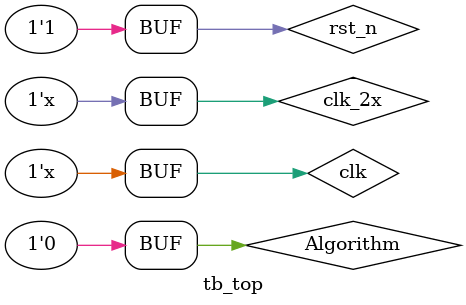
<source format=v>
`timescale 1ns / 1ps

`define VIDEO_480_272

module tb_top(
//    input wire clk,
//    input wire clk_2x,
//    input wire clk_5x,
//    input wire rst_n
);

// port declaration
reg clk = 0;
reg clk_2x = 0;
//reg clk_5x = 0;
reg rst_n = 0;
always #5   clk = ~clk;
always #2.5 clk_2x = ~clk_2x;
//always #1   clk_5x = ~clk_5x;

initial
begin
    #100 rst_n = 1'b1;
end

//video timing parameter definition
`ifdef  VIDEO_480_272   //480x272 9Mhz
    parameter H_DISP = 16'd480;     //horizontal active time (pixels)                      
    parameter H_FRONT = 16'd2;      //horizontal front porch (pixels)                       
    parameter H_SYNC = 16'd41;      //horizontal sync time(pixels)                         
    parameter H_BACK = 16'd2;       //horizontal back porch (pixels)                       
    parameter V_DISP = 16'd272;     //vertical active Time (lines)                         
    parameter V_FRONT  = 16'd2;     //vertical front porch (lines)                         
    parameter V_SYNC  = 16'd10;     //vertical sync time (lines)                           
    parameter V_BACK  = 16'd2;      //vertical back porch (lines)                          
    parameter HS_POL = 1'b1;        //vertical sync polarity, 1 : POSITIVE,0 : NEGATIVE;   
    parameter VS_POL = 1'b1;        //horizontal sync polarity, 1 : POSITIVE,0 : NEGATIVE; 
//    parameter HS_POL = 1'b0;      
//    parameter VS_POL = 1'b0;      
`endif
`ifdef  VIDEO_640_480   //640x480 25.175Mhz
    parameter H_DISP = 16'd640; 
    parameter H_FRONT = 16'd16;      
    parameter H_SYNC = 16'd96;    
    parameter H_BACK = 16'd48;      
    parameter V_DISP = 16'd480; 
    parameter V_FRONT  = 16'd10;    
    parameter V_SYNC  = 16'd2;    
    parameter V_BACK  = 16'd33;    
    parameter HS_POL = 1'b0;
    parameter VS_POL = 1'b0;
`endif
`ifdef  VIDEO_800_480   //800x480 33Mhz
    parameter H_DISP = 16'd800; 
    parameter H_FRONT = 16'd40;      
    parameter H_SYNC = 16'd128;   
    parameter H_BACK = 16'd88;      
    parameter V_DISP = 16'd480; 
    parameter V_FRONT  = 16'd1;     
    parameter V_SYNC  = 16'd3;    
    parameter V_BACK  = 16'd21;    
    parameter HS_POL = 1'b0;
    parameter VS_POL = 1'b0;
`endif
`ifdef  VIDEO_800_600   //800x600 40Mhz
    parameter H_DISP = 16'd800; 
    parameter H_FRONT = 16'd40;      
    parameter H_SYNC = 16'd128;   
    parameter H_BACK = 16'd88;      
    parameter V_DISP = 16'd600; 
    parameter V_FRONT  = 16'd1;     
    parameter V_SYNC  = 16'd4;    
    parameter V_BACK  = 16'd23;    
    parameter HS_POL = 1'b1;
    parameter VS_POL = 1'b1;
`endif
`ifdef  VIDEO_1280_720
    parameter H_DISP = 16'd1280;    
    parameter H_FRONT = 16'd110;    
    parameter H_SYNC = 16'd40;      
    parameter H_BACK = 16'd220;     
    parameter V_DISP = 16'd720;     
    parameter V_FRONT  = 16'd5;     
    parameter V_SYNC  = 16'd5;      
    parameter V_BACK  = 16'd20;     
    parameter HS_POL = 1'b1;        
    parameter VS_POL = 1'b1;        
`endif
`ifdef  VIDEO_1024_768  //1024x768 65Mhz
    parameter H_DISP = 16'd1024;
    parameter H_FRONT = 16'd24;      
    parameter H_SYNC = 16'd136;   
    parameter H_BACK = 16'd160;     
    parameter V_DISP = 16'd768; 
    parameter V_FRONT  = 16'd3;      
    parameter V_SYNC  = 16'd6;    
    parameter V_BACK  = 16'd29;     
    parameter HS_POL = 1'b0;
    parameter VS_POL = 1'b0;
`endif
`ifdef  VIDEO_1920_1080 //1920x1080 148.5Mhz
    parameter H_DISP = 16'd1920;
    parameter H_FRONT = 16'd88;
    parameter H_SYNC = 16'd44;
    parameter H_BACK = 16'd148; 
    parameter V_DISP = 16'd1080;
    parameter V_FRONT  = 16'd4;
    parameter V_SYNC  = 16'd5;
    parameter V_BACK  = 16'd36;
    parameter HS_POL = 1'b1;
    parameter VS_POL = 1'b1;
`endif

// algorithm Parameters
parameter DATA_WIDTH          = 8 ;
parameter CHANNELS            = 3 ;
parameter BUFFER_SIZE         = 3 ;
parameter DISCARD_CNT_WIDTH   = 2 ;
parameter INPUT_X_RES_WIDTH   = 11;
parameter INPUT_Y_RES_WIDTH   = 11;
parameter OUTPUT_X_RES_WIDTH  = 11;
parameter OUTPUT_Y_RES_WIDTH  = 11;

// algorithm Inputs
//parameter START_X = H_DISP / 4;
//parameter START_Y = V_DISP / 4;
//parameter END_X = H_DISP * 3 / 4;
//parameter END_Y = V_DISP * 3 / 4;
//parameter OUTPUT_X_RES = H_DISP - 1;    //Resolution of output data minus 1
//parameter OUTPUT_Y_RES = V_DISP - 1;    //Resolution of output data minus 1

parameter START_X = 0;
parameter START_Y = 0;
parameter END_X = H_DISP;
parameter END_Y = V_DISP;
parameter OUTPUT_X_RES = H_DISP / 2 - 1;    //Resolution of output data minus 1
parameter OUTPUT_Y_RES = V_DISP / 2 - 1;    //Resolution of output data minus 1

//reg [INPUT_X_RES_WIDTH-1:0] START_X = 96;
//reg [INPUT_Y_RES_WIDTH-1:0] START_Y = 54;
//reg [OUTPUT_X_RES_WIDTH-1:0] END_X  = 384;
//reg [OUTPUT_Y_RES_WIDTH-1:0] END_Y  = 218;
//parameter OUTPUT_X_RES = H_DISP - 1;    //Resolution of output data minus 1
//parameter OUTPUT_Y_RES = V_DISP - 1;    //Resolution of output data minus 1

reg Algorithm = 0; // Ëã·¨Ñ¡Ôñ

wire hs_i,vs_i,de_i;
wire [DATA_WIDTH-1:0] rgb_r, rgb_g, rgb_b;
wire [DATA_WIDTH*CHANNELS-1:0] scaler_data;
wire scaler_dataValid;
    
color_bar #(
    .H_SYNC        ( H_SYNC        ),
    .H_BACK        ( H_BACK        ),
    .H_DISP        ( H_DISP        ),
    .H_FRONT       ( H_FRONT       ),
    .HS_POL        ( HS_POL        ),
    .V_SYNC        ( V_SYNC        ),
    .V_BACK        ( V_BACK        ),
    .V_DISP        ( V_DISP        ),
    .V_FRONT       ( V_FRONT       ),
    .VS_POL        ( VS_POL        ))
color_bar(
    .clk     ( clk   ),
    .rst     ( ~rst_n ),

    .hs      ( hs_i ),
    .vs      ( vs_i ),
    .de      ( de_i ),
    .rgb_r   ( rgb_r ),
    .rgb_g   ( rgb_g ),
    .rgb_b   ( rgb_b )
);

algorithm #(
    .H_SYNC             ( H_SYNC             ),
    .H_BACK             ( H_BACK             ),
    .H_DISP             ( H_DISP             ),
    .H_FRONT            ( H_FRONT            ),
    .HS_POL             ( HS_POL             ),
    
    .V_SYNC             ( V_SYNC             ),
    .V_BACK             ( V_BACK             ),
    .V_DISP             ( V_DISP             ),
    .V_FRONT            ( V_FRONT            ),
    .VS_POL             ( VS_POL             ),
    
    .DATA_WIDTH         ( DATA_WIDTH         ),
    .CHANNELS           ( CHANNELS           ),
    .BUFFER_SIZE        ( BUFFER_SIZE        ),
    
    .INPUT_X_RES_WIDTH  ( INPUT_X_RES_WIDTH  ),
    .INPUT_Y_RES_WIDTH  ( INPUT_Y_RES_WIDTH  ),
    .OUTPUT_X_RES_WIDTH ( OUTPUT_X_RES_WIDTH ),
    .OUTPUT_Y_RES_WIDTH ( OUTPUT_Y_RES_WIDTH ))
 u_algorithm (
    .clk                ( clk             ),
    .clk_2x             ( clk_2x          ),
    .rst_n              ( rst_n           ),
    
    .START_X            ( START_X         ),
    .START_Y            ( START_Y         ),
    .END_X              ( END_X           ),
    .END_Y              ( END_Y           ),
    .outputXRes         ( OUTPUT_X_RES    ),
    .outputYRes         ( OUTPUT_Y_RES    ),
    
    .Algorithm          ( Algorithm       ),
    .vs_i               ( vs_i            ),
    .hs_i               ( hs_i            ),
    .de_i               ( de_i            ),
    .rgb_i              ({rgb_r,rgb_b,rgb_g}),
    
    .scaler_data        (scaler_data      ),
    .scaler_dataValid   (scaler_dataValid )
);

endmodule

</source>
